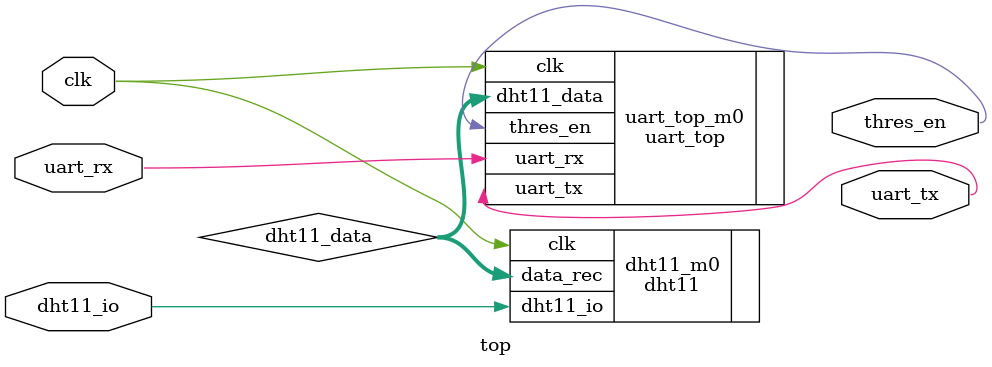
<source format=sv>
module top (
    input               clk,

    //DHT11 IO
    inout               dht11_io,

    //阈值使能
    output               thres_en,

    //串口 IO
    input               uart_rx,
    output              uart_tx
);

parameter CLK_FRE       = 50; //50MHz
parameter UART_RATE 	= 9600; //波特率

//==========================  读取DHT11数据 ==================================
wire [23:0] dht11_data;//[23:8] 温度 整数 小数 BCD码 [7:0]:湿度 整数 BCD码
dht11 #(
    .CLK_FRE    (CLK_FRE        )
)dht11_m0(
    .clk        (clk            ),

    .dht11_io   (dht11_io       ),
    .data_rec   (dht11_data     )
);

//==========================  串口收发数据 ==================================
uart_top#(
    .CLK_FRE    (CLK_FRE        ),
    .UART_RATE  (UART_RATE      )
)uart_top_m0(
    .clk        (clk            ),

    .dht11_data (dht11_data     ),
    .thres_en   (thres_en       ),

    .uart_rx    (uart_rx        ),
    .uart_tx    (uart_tx        )
);


endmodule
</source>
